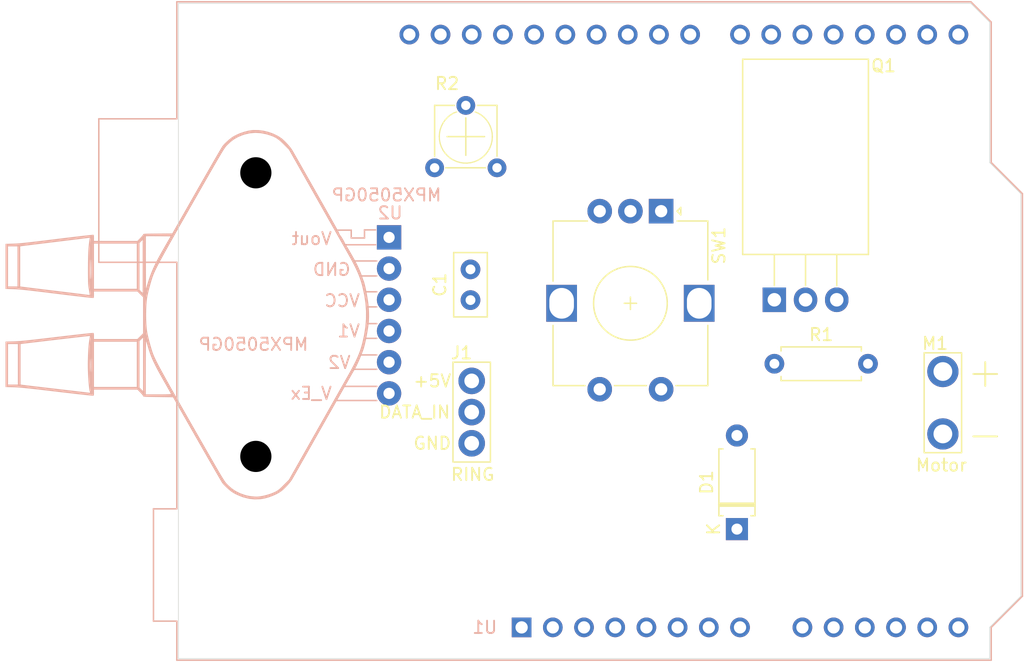
<source format=kicad_pcb>
(kicad_pcb (version 20211014) (generator pcbnew)
  (layers (0 "F.Cu" signal) (31 "B.Cu" signal) (34 "B.Paste" user) (35 "F.Paste" user) (36 "B.SilkS" user "B.Silkscreen") (37 "F.SilkS" user "F.Silkscreen") (38 "B.Mask" user) (39 "F.Mask" user) (44 "Edge.Cuts" user))
  (net 0 "")
  (net 1 "+5V")
  (net 2 "GND")
  (net 3 "+12V")
  (net 4 "Net-(D1-Pad2)")
  (net 5 "Net-(J1-Pad2)")
  (net 6 "Net-(Q1-Pad1)")
  (net 7 "Net-(R2-Pad2)")
  (net 8 "Net-(SW1-PadS2)")
  (net 9 "Net-(SW1-PadB)")
  (net 10 "Net-(SW1-PadA)")
  (net 23 "Net-(U1-Pad9)")
  (footprint "Resistor_THT:R_Axial_DIN0207_L6.3mm_D2.5mm_P7.62mm_Horizontal" (layer "F.Cu") (at 157.738 100.457)
    (fp_text reference "R1" (at 3.81 -2.37) (layer "F.SilkS"))
    (fp_text value "220k")
    (fp_line (start 0.54 -1.04) (end 0.54 -1.37) (layer "F.SilkS") (width 0.12))
    (fp_line (start 7.08 -1.37) (end 7.08 -1.04) (layer "F.SilkS") (width 0.12))
    (fp_line (start 7.08 1.37) (end 7.08 1.04) (layer "F.SilkS") (width 0.12))
    (fp_line (start 0.54 1.04) (end 0.54 1.37) (layer "F.SilkS") (width 0.12))
    (fp_line (start 0.54 1.37) (end 7.08 1.37) (layer "F.SilkS") (width 0.12))
    (fp_line (start 0.54 -1.37) (end 7.08 -1.37) (layer "F.SilkS") (width 0.12))
    (pad "1" thru_hole circle (at 0 0) (size 1.6 1.6) (drill 0.8) (layers *.Cu *.Mask) (net 6 "Net-(Q1-Pad1)"))
    (pad "2" thru_hole oval (at 7.62 0) (size 1.6 1.6) (drill 0.8) (layers *.Cu *.Mask) (net 2 "GND"))
  )
  (footprint "Rotary_Encoder:RotaryEncoder_Alps_EC12E-Switch_Vertical_H20mm" (layer "F.Cu") (at 148.5178 88.0364 -90)
    (fp_text reference "SW1" (at 2.8 -4.7 90) (layer "F.SilkS"))
    (fp_text value "Rotary_Encoder_Switch")
    (fp_line (start 9.3 -3.8) (end 14.2 -3.8) (layer "F.SilkS") (width 0.12))
    (fp_line (start 14.2 6.2) (end 14.2 8.8) (layer "F.SilkS") (width 0.12))
    (fp_line (start 14.2 1.2) (end 14.2 3.8) (layer "F.SilkS") (width 0.12))
    (fp_line (start 14.2 8.8) (end 9.3 8.8) (layer "F.SilkS") (width 0.12))
    (fp_line (start 0.8 8.8) (end 0.8 6) (layer "F.SilkS") (width 0.12))
    (fp_line (start 7.5 2) (end 7.5 3) (layer "F.SilkS") (width 0.12))
    (fp_line (start -0.3 -1.6) (end 0.3 -1.6) (layer "F.SilkS") (width 0.12))
    (fp_line (start 7 2.5) (end 8 2.5) (layer "F.SilkS") (width 0.12))
    (fp_line (start 14.2 -3.8) (end 14.2 -1.2) (layer "F.SilkS") (width 0.12))
    (fp_line (start 0.8 -3.8) (end 0.8 -1.3) (layer "F.SilkS") (width 0.12))
    (fp_line (start 5.7 8.8) (end 0.8 8.8) (layer "F.SilkS") (width 0.12))
    (fp_line (start 0 -1.3) (end -0.3 -1.6) (layer "F.SilkS") (width 0.12))
    (fp_line (start 0.3 -1.6) (end 0 -1.3) (layer "F.SilkS") (width 0.12))
    (fp_line (start 5.6 -3.8) (end 0.8 -3.8) (layer "F.SilkS") (width 0.12))
    (fp_circle (center 7.5 2.5) (end 10.5 2.5) (layer "F.SilkS") (width 0.12) (fill none))
    (pad "A" thru_hole rect (at 0 0 270) (size 2 2) (drill 1) (layers *.Cu *.Mask) (net 10 "Net-(SW1-PadA)"))
    (pad "B" thru_hole circle (at 0 5 270) (size 2 2) (drill 1) (layers *.Cu *.Mask) (net 9 "Net-(SW1-PadB)"))
    (pad "C" thru_hole circle (at 0 2.5 270) (size 2 2) (drill 1) (layers *.Cu *.Mask) (net 2 "GND"))
    (pad "MP" thru_hole rect (at 7.5 8.1 270) (size 3 2.5) (drill oval 2.5 2) (layers *.Cu *.Mask))
    (pad "MP" thru_hole rect (at 7.5 -3.1 270) (size 3 2.5) (drill oval 2.5 2) (layers *.Cu *.Mask))
    (pad "S1" thru_hole circle (at 14.5 0 270) (size 2 2) (drill 1) (layers *.Cu *.Mask) (net 2 "GND"))
    (pad "S2" thru_hole circle (at 14.5 5 270) (size 2 2) (drill 1) (layers *.Cu *.Mask) (net 8 "Net-(SW1-PadS2)"))
  )
  (footprint "Capacitor_THT:C_Disc_D5.0mm_W2.5mm_P2.50mm" (layer "F.Cu") (at 132.9984 95.2754 90)
    (fp_text reference "C1" (at 1.25 -2.5 90) (layer "F.SilkS"))
    (fp_text value "0u1")
    (fp_line (start -1.37 -1.37) (end 3.87 -1.37) (layer "F.SilkS") (width 0.12))
    (fp_line (start 3.87 -1.37) (end 3.87 1.37) (layer "F.SilkS") (width 0.12))
    (fp_line (start -1.37 1.37) (end 3.87 1.37) (layer "F.SilkS") (width 0.12))
    (fp_line (start -1.37 -1.37) (end -1.37 1.37) (layer "F.SilkS") (width 0.12))
    (pad "1" thru_hole circle (at 0 0 90) (size 1.6 1.6) (drill 0.8) (layers *.Cu *.Mask) (net 1 "+5V"))
    (pad "2" thru_hole circle (at 2.5 0 90) (size 1.6 1.6) (drill 0.8) (layers *.Cu *.Mask) (net 2 "GND"))
  )
  (footprint "Package_TO_SOT_THT:TO-220-3_Horizontal_TabDown" (layer "F.Cu") (at 157.734 95.25)
    (fp_text reference "Q1" (at 8.89 -19.05) (layer "F.SilkS"))
    (fp_text value "FQP30N06L")
    (fp_line (start -2.58 -3.69) (end 7.66 -3.69) (layer "F.SilkS") (width 0.12))
    (fp_line (start 5.08 -3.69) (end 5.08 -1.15) (layer "F.SilkS") (width 0.12))
    (fp_line (start 0 -3.69) (end 0 -1.15) (layer "F.SilkS") (width 0.12))
    (fp_line (start -2.58 -19.58) (end 7.66 -19.58) (layer "F.SilkS") (width 0.12))
    (fp_line (start -2.58 -19.58) (end -2.58 -3.69) (layer "F.SilkS") (width 0.12))
    (fp_line (start 2.54 -3.69) (end 2.54 -1.15) (layer "F.SilkS") (width 0.12))
    (fp_line (start 7.66 -19.58) (end 7.66 -3.69) (layer "F.SilkS") (width 0.12))
    (pad "" np_thru_hole oval (at 2.54 -16.66) (size 3.5 3.5) (drill 3.5) (layers *.Cu *.Mask))
    (pad "1" thru_hole rect (at 0 0) (size 1.905 2) (drill 1.1) (layers *.Cu *.Mask) (net 6 "Net-(Q1-Pad1)"))
    (pad "2" thru_hole oval (at 2.54 0) (size 1.905 2) (drill 1.1) (layers *.Cu *.Mask) (net 4 "Net-(D1-Pad2)"))
    (pad "3" thru_hole oval (at 5.08 0) (size 1.905 2) (drill 1.1) (layers *.Cu *.Mask) (net 2 "GND"))
  )
  (footprint "custom-footprints:Neopixel_Ring_WirePins" (layer "F.Cu") (at 133.096 101.854)
    (fp_text reference "J1" (at -1.778 -2.286 unlocked) (layer "F.SilkS") (effects (justify left)))
    (fp_text value "Neopixel_Ring_Header")
    (fp_text user "RING" (at -1.778 7.62 unlocked) (layer "F.SilkS") (effects (justify left)))
    (fp_text user "GND" (at -4.83 5.08 unlocked) (layer "F.SilkS") (effects (justify left)))
    (fp_text user "DATA_IN" (at -7.624 2.54 unlocked) (layer "F.SilkS") (effects (justify left)))
    (fp_text user "+5V" (at -4.83 0 unlocked) (layer "F.SilkS") (effects (justify left)))
    (fp_rect (start -1.524 -1.524) (end 1.524 6.604) (layer "F.SilkS") (width 0.12) (fill none))
    (pad "1" thru_hole circle (at 0 0) (size 2.159 2.159) (drill 1.1938) (layers *.Cu *.Mask) (net 1 "+5V"))
    (pad "2" thru_hole circle (at 0 2.54) (size 2.159 2.159) (drill 1.1938) (layers *.Cu *.Mask) (net 5 "Net-(J1-Pad2)"))
    (pad "3" thru_hole circle (at 0 5.08) (size 2.159 2.159) (drill 1.1938) (layers *.Cu *.Mask) (net 2 "GND"))
  )
  (footprint "Diode_THT:D_A-405_P7.62mm_Horizontal" (layer "F.Cu") (at 154.69 113.919 90)
    (fp_text reference "D1" (at 3.81 -2.47 90) (layer "F.SilkS"))
    (fp_text value "1N5818-B")
    (fp_text user "K" (at 0 -1.9 90) (layer "F.SilkS"))
    (fp_line (start 6.53 -1.47) (end 6.53 -1.14) (layer "F.SilkS") (width 0.12))
    (fp_line (start 2.11 -1.47) (end 2.11 1.47) (layer "F.SilkS") (width 0.12))
    (fp_line (start 1.09 1.47) (end 6.53 1.47) (layer "F.SilkS") (width 0.12))
    (fp_line (start 1.09 -1.47) (end 6.53 -1.47) (layer "F.SilkS") (width 0.12))
    (fp_line (start 1.09 1.14) (end 1.09 1.47) (layer "F.SilkS") (width 0.12))
    (fp_line (start 1.99 -1.47) (end 1.99 1.47) (layer "F.SilkS") (width 0.12))
    (fp_line (start 1.09 -1.14) (end 1.09 -1.47) (layer "F.SilkS") (width 0.12))
    (fp_line (start 1.87 -1.47) (end 1.87 1.47) (layer "F.SilkS") (width 0.12))
    (fp_line (start 6.53 1.47) (end 6.53 1.14) (layer "F.SilkS") (width 0.12))
    (pad "1" thru_hole rect (at 0 0 90) (size 1.8 1.8) (drill 0.9) (layers *.Cu *.Mask) (net 3 "+12V"))
    (pad "2" thru_hole oval (at 7.62 0 90) (size 1.8 1.8) (drill 0.9) (layers *.Cu *.Mask) (net 4 "Net-(D1-Pad2)"))
  )
  (footprint "custom-footprints:uxcell_TRIMPOT" (layer "F.Cu") (at 130.0774 84.5058)
    (fp_text reference "R2" (at 1.016 -6.858 unlocked) (layer "F.SilkS"))
    (fp_text value "TRIMPOT")
    (fp_line (start 0.846989 -1.198136) (end 1.044765 -0.980784) (layer "F.SilkS") (width 0.1))
    (fp_line (start 0.875463 -3.917025) (end 0.703979 -3.678381) (layer "F.SilkS") (width 0.1))
    (fp_line (start 2.359231 -0.387279) (end 2.653061 -0.382664) (layer "F.SilkS") (width 0.1))
    (fp_line (start 1.786981 -0.515193) (end 2.068746 -0.43173) (layer "F.SilkS") (width 0.1))
    (fp_line (start 2.068746 -0.43173) (end 2.359231 -0.387279) (layer "F.SilkS") (width 0.1))
    (fp_line (start 4.218866 -3.899519) (end 4.018825 -4.114789) (layer "F.SilkS") (width 0.1))
    (fp_line (start 4.190026 -1.14562) (end 4.363999 -1.382455) (layer "F.SilkS") (width 0.1))
    (fp_line (start 3.540857 -4.454463) (end 3.3 -4.55) (layer "F.SilkS") (width 0.1))
    (fp_line (start 3.985521 -0.934586) (end 4.190026 -1.14562) (layer "F.SilkS") (width 0.1))
    (fp_line (start 1.51915 -0.636123) (end 1.786981 -0.515193) (layer "F.SilkS") (width 0.1))
    (fp_line (start 4.700297 -2.54) (end 4.68031 -2.833186) (layer "F.SilkS") (width 0.1))
    (fp_line (start 3.229047 -0.492539) (end 3.500544 -0.604997) (layer "F.SilkS") (width 0.1))
    (fp_line (start 1.077747 -4.130188) (end 0.875463 -3.917025) (layer "F.SilkS") (width 0.1))
    (fp_line (start 1.270209 -0.792283) (end 1.51915 -0.636123) (layer "F.SilkS") (width 0.1))
    (fp_line (start 0.453313 -1.980874) (end 0.548502 -1.702851) (layer "F.SilkS") (width 0.1))
    (fp_line (start 4.15 0) (end 0.9 0) (layer "F.SilkS") (width 0.12))
    (fp_line (start 4.018825 -4.114789) (end 3.791419 -4.300918) (layer "F.SilkS") (width 0.1))
    (fp_line (start 0.56647 -3.418672) (end 0.46548 -3.142704) (layer "F.SilkS") (width 0.1))
    (fp_line (start 1.307089 -4.313926) (end 1.077747 -4.130188) (layer "F.SilkS") (width 0.1))
    (fp_line (start 4.68031 -2.833186) (end 4.620717 -3.120947) (layer "F.SilkS") (width 0.1))
    (fp_line (start 0 -0.95) (end 0 -5.08) (layer "F.SilkS") (width 0.12))
    (fp_line (start 0.680542 -1.440319) (end 0.846989 -1.198136) (layer "F.SilkS") (width 0.1))
    (fp_line (start 3.500544 -0.604997) (end 3.754267 -0.75326) (layer "F.SilkS") (width 0.1))
    (fp_line (start 4.699823 -2.494758) (end 4.700297 -2.54) (layer "F.SilkS") (width 0.1))
    (fp_line (start 4.387841 -3.659092) (end 4.218866 -3.899519) (layer "F.SilkS") (width 0.1))
    (fp_line (start 3.754267 -0.75326) (end 3.985521 -0.934586) (layer "F.SilkS") (width 0.1))
    (fp_line (start 1.044765 -0.980784) (end 1.270209 -0.792283) (layer "F.SilkS") (width 0.1))
    (fp_line (start 0.402878 -2.855583) (end 0.379821 -2.562622) (layer "F.SilkS") (width 0.1))
    (fp_line (start 2.54 -4.064) (end 2.54 -1.016) (layer "F.SilkS") (width 0.12))
    (fp_line (start 1.559246 -4.464839) (end 1.307089 -4.313926) (layer "F.SilkS") (width 0.1))
    (fp_line (start 4.363999 -1.382455) (end 4.50422 -1.64071) (layer "F.SilkS") (width 0.1))
    (fp_line (start 1.8 -4.55) (end 1.559246 -4.464839) (layer "F.SilkS") (width 0.1))
    (fp_line (start 0.46548 -3.142704) (end 0.402878 -2.855583) (layer "F.SilkS") (width 0.1))
    (fp_line (start 3.48 -5.08) (end 5.08 -5.08) (layer "F.SilkS") (width 0.12))
    (fp_line (start 4.6737 -2.202055) (end 4.699823 -2.494758) (layer "F.SilkS") (width 0.1))
    (fp_line (start 0 -5.08) (end 1.6 -5.08) (layer "F.SilkS") (width 0.12))
    (fp_line (start 4.608094 -1.915605) (end 4.6737 -2.202055) (layer "F.SilkS") (width 0.1))
    (fp_line (start 2.653061 -0.382664) (end 2.944799 -0.417968) (layer "F.SilkS") (width 0.1))
    (fp_line (start 2.944799 -0.417968) (end 3.229047 -0.492539) (layer "F.SilkS") (width 0.1))
    (fp_line (start 1.016 -2.54) (end 4.064 -2.54) (layer "F.SilkS") (width 0.12))
    (fp_line (start 0.548502 -1.702851) (end 0.680542 -1.440319) (layer "F.SilkS") (width 0.1))
    (fp_line (start 4.620717 -3.120947) (end 4.522623 -3.397957) (layer "F.SilkS") (width 0.1))
    (fp_line (start 0.396738 -2.269243) (end 0.453313 -1.980874) (layer "F.SilkS") (width 0.1))
    (fp_line (start 4.522623 -3.397957) (end 4.387841 -3.659092) (layer "F.SilkS") (width 0.1))
    (fp_line (start 3.791419 -4.300918) (end 3.540857 -4.454463) (layer "F.SilkS") (width 0.1))
    (fp_line (start 0.703979 -3.678381) (end 0.56647 -3.418672) (layer "F.SilkS") (width 0.1))
    (fp_line (start 4.50422 -1.64071) (end 4.608094 -1.915605) (layer "F.SilkS") (width 0.1))
    (fp_line (start 5.08 -5.08) (end 5.08 -0.95) (layer "F.SilkS") (width 0.12))
    (fp_line (start 0.379821 -2.562622) (end 0.396738 -2.269243) (layer "F.SilkS") (width 0.1))
    (pad "1" thru_hole circle (at 0 0) (size 1.524 1.524) (drill 0.762) (layers *.Cu *.Mask) (net 1 "+5V"))
    (pad "2" thru_hole circle (at 2.54 -5.08) (size 1.524 1.524) (drill 0.762) (layers *.Cu *.Mask) (net 7 "Net-(R2-Pad2)"))
    (pad "3" thru_hole circle (at 5.08 0) (size 1.524 1.524) (drill 0.762) (layers *.Cu *.Mask) (net 2 "GND"))
  )
  (footprint "custom-footprints:Motor_DC_WirePins" (layer "F.Cu") (at 171.454 101.092)
    (fp_text reference "M1" (at -1.782 -2.286 unlocked) (layer "F.SilkS") (effects (justify left)))
    (fp_text value "Motor_DC")
    (fp_text user "-" (at 1.778 5.08 unlocked) (layer "F.SilkS") (effects (font (size 2.54 2.54)) (justify left)))
    (fp_text user "+" (at 1.778 0 unlocked) (layer "F.SilkS") (effects (font (size 2.54 2.54)) (justify left)))
    (fp_text user "Motor" (at -2.29 7.62 unlocked) (layer "F.SilkS") (effects (justify left)))
    (fp_rect (start -1.524 -1.524) (end 1.524 6.604) (layer "F.SilkS") (width 0.12) (fill none))
    (pad "1" thru_hole circle (at 0 0) (size 2.54 2.54) (drill 1.524) (layers *.Cu *.Mask) (net 3 "+12V"))
    (pad "2" thru_hole circle (at 0 5.08) (size 2.54 2.54) (drill 1.524) (layers *.Cu *.Mask) (net 4 "Net-(D1-Pad2)"))
  )
  (footprint "Module:Arduino_UNO_R3_WithMountingHoles" (layer "B.Cu") (at 137.16 121.92)
    (fp_text reference "U1" (at -1.905 0) (layer "B.SilkS") (effects (justify left mirror)))
    (fp_text value "Arduino_UNO_R3")
    (fp_line (start 38.23 0) (end 38.23 2.67) (layer "B.SilkS") (width 0.12))
    (fp_line (start -29.97 -0.51) (end -29.97 -9.65) (layer "B.SilkS") (width 0.12))
    (fp_line (start -28.07 -50.93) (end 36.58 -50.93) (layer "B.SilkS") (width 0.12))
    (fp_line (start 40.77 -35.31) (end 40.77 -2.54) (layer "B.SilkS") (width 0.12))
    (fp_line (start 38.23 -49.28) (end 38.23 -37.85) (layer "B.SilkS") (width 0.12))
    (fp_line (start -34.42 -29.72) (end -34.42 -41.4) (layer "B.SilkS") (width 0.12))
    (fp_line (start -28.07 -41.4) (end -28.07 -50.93) (layer "B.SilkS") (width 0.12))
    (fp_line (start 40.77 -2.54) (end 38.23 0) (layer "B.SilkS") (width 0.12))
    (fp_line (start -34.42 -41.4) (end -28.07 -41.4) (layer "B.SilkS") (width 0.12))
    (fp_line (start -29.97 -9.65) (end -28.07 -9.65) (layer "B.SilkS") (width 0.12))
    (fp_line (start 38.23 -37.85) (end 40.77 -35.31) (layer "B.SilkS") (width 0.12))
    (fp_line (start -28.07 -0.51) (end -29.97 -0.51) (layer "B.SilkS") (width 0.12))
    (fp_line (start -28.07 -9.65) (end -28.07 -29.72) (layer "B.SilkS") (width 0.12))
    (fp_line (start 36.58 -50.93) (end 38.23 -49.28) (layer "B.SilkS") (width 0.12))
    (fp_line (start -28.07 -29.72) (end -34.42 -29.72) (layer "B.SilkS") (width 0.12))
    (fp_line (start 38.23 2.67) (end -28.07 2.67) (layer "B.SilkS") (width 0.12))
    (fp_line (start -28.07 2.67) (end -28.07 -0.51) (layer "B.SilkS") (width 0.12))
    (pad "" np_thru_hole circle (at 38.1 -33.02 270) (size 3.2 3.2) (drill 3.2) (layers *.Cu *.Mask))
    (pad "" np_thru_hole circle (at -13.97 0 270) (size 3.2 3.2) (drill 3.2) (layers *.Cu *.Mask))
    (pad "" np_thru_hole circle (at 38.1 -5.08 270) (size 3.2 3.2) (drill 3.2) (layers *.Cu *.Mask))
    (pad "" np_thru_hole circle (at -12.7 -48.26 270) (size 3.2 3.2) (drill 3.2) (layers *.Cu *.Mask))
    (pad "1" thru_hole rect (at 0 0 270) (size 1.6 1.6) (drill 1) (layers *.Cu *.Mask))
    (pad "2" thru_hole oval (at 2.54 0 270) (size 1.6 1.6) (drill 1) (layers *.Cu *.Mask))
    (pad "3" thru_hole oval (at 5.08 0 270) (size 1.6 1.6) (drill 1) (layers *.Cu *.Mask))
    (pad "4" thru_hole oval (at 7.62 0 270) (size 1.6 1.6) (drill 1) (layers *.Cu *.Mask))
    (pad "5" thru_hole oval (at 10.16 0 270) (size 1.6 1.6) (drill 1) (layers *.Cu *.Mask) (net 1 "+5V"))
    (pad "6" thru_hole oval (at 12.7 0 270) (size 1.6 1.6) (drill 1) (layers *.Cu *.Mask))
    (pad "7" thru_hole oval (at 15.24 0 270) (size 1.6 1.6) (drill 1) (layers *.Cu *.Mask))
    (pad "8" thru_hole oval (at 17.78 0 270) (size 1.6 1.6) (drill 1) (layers *.Cu *.Mask) (net 3 "+12V"))
    (pad "9" thru_hole oval (at 22.86 0 270) (size 1.6 1.6) (drill 1) (layers *.Cu *.Mask) (net 23 "Net-(U1-Pad9)"))
    (pad "10" thru_hole oval (at 25.4 0 270) (size 1.6 1.6) (drill 1) (layers *.Cu *.Mask))
    (pad "11" thru_hole oval (at 27.94 0 270) (size 1.6 1.6) (drill 1) (layers *.Cu *.Mask))
    (pad "12" thru_hole oval (at 30.48 0 270) (size 1.6 1.6) (drill 1) (layers *.Cu *.Mask))
    (pad "13" thru_hole oval (at 33.02 0 270) (size 1.6 1.6) (drill 1) (layers *.Cu *.Mask))
    (pad "14" thru_hole oval (at 35.56 0 270) (size 1.6 1.6) (drill 1) (layers *.Cu *.Mask))
    (pad "15" thru_hole oval (at 35.56 -48.26 270) (size 1.6 1.6) (drill 1) (layers *.Cu *.Mask))
    (pad "16" thru_hole oval (at 33.02 -48.26 270) (size 1.6 1.6) (drill 1) (layers *.Cu *.Mask))
    (pad "17" thru_hole oval (at 30.48 -48.26 270) (size 1.6 1.6) (drill 1) (layers *.Cu *.Mask) (net 10 "Net-(SW1-PadA)"))
    (pad "18" thru_hole oval (at 27.94 -48.26 270) (size 1.6 1.6) (drill 1) (layers *.Cu *.Mask) (net 9 "Net-(SW1-PadB)"))
    (pad "19" thru_hole oval (at 25.4 -48.26 270) (size 1.6 1.6) (drill 1) (layers *.Cu *.Mask))
    (pad "20" thru_hole oval (at 22.86 -48.26 270) (size 1.6 1.6) (drill 1) (layers *.Cu *.Mask) (net 8 "Net-(SW1-PadS2)"))
    (pad "21" thru_hole oval (at 20.32 -48.26 270) (size 1.6 1.6) (drill 1) (layers *.Cu *.Mask))
    (pad "22" thru_hole oval (at 17.78 -48.26 270) (size 1.6 1.6) (drill 1) (layers *.Cu *.Mask))
    (pad "23" thru_hole oval (at 13.72 -48.26 270) (size 1.6 1.6) (drill 1) (layers *.Cu *.Mask))
    (pad "24" thru_hole oval (at 11.18 -48.26 270) (size 1.6 1.6) (drill 1) (layers *.Cu *.Mask) (net 6 "Net-(Q1-Pad1)"))
    (pad "25" thru_hole oval (at 8.64 -48.26 270) (size 1.6 1.6) (drill 1) (layers *.Cu *.Mask) (net 5 "Net-(J1-Pad2)"))
    (pad "26" thru_hole oval (at 6.1 -48.26 270) (size 1.6 1.6) (drill 1) (layers *.Cu *.Mask))
    (pad "27" thru_hole oval (at 3.56 -48.26 270) (size 1.6 1.6) (drill 1) (layers *.Cu *.Mask))
    (pad "28" thru_hole oval (at 1.02 -48.26 270) (size 1.6 1.6) (drill 1) (layers *.Cu *.Mask))
    (pad "29" thru_hole oval (at -1.52 -48.26 270) (size 1.6 1.6) (drill 1) (layers *.Cu *.Mask) (net 2 "GND"))
    (pad "30" thru_hole oval (at -4.06 -48.26 270) (size 1.6 1.6) (drill 1) (layers *.Cu *.Mask) (net 7 "Net-(R2-Pad2)"))
    (pad "31" thru_hole oval (at -6.6 -48.26 270) (size 1.6 1.6) (drill 1) (layers *.Cu *.Mask))
    (pad "32" thru_hole oval (at -9.14 -48.26 270) (size 1.6 1.6) (drill 1) (layers *.Cu *.Mask))
  )
  (footprint "custom-footprints:MPX5050GP" (layer "B.Cu") (at 126.369 90.17 180)
    (fp_text reference "U2" (at -1.19 1.99 unlocked) (layer "B.SilkS") (effects (justify left mirror)))
    (fp_text value "MPX5050GP")
    (fp_text user "V2" (at 3.048 -10.1854 unlocked) (layer "B.SilkS") (effects (justify left mirror)))
    (fp_text user "MPX5050GP" (at 11.04 -8.71 unlocked) (layer "B.SilkS") (effects (justify mirror)))
    (fp_text user "V1" (at 2.286 -7.62 unlocked) (layer "B.SilkS") (effects (justify left mirror)))
    (fp_text user "VCC" (at 2.286 -5.1562 unlocked) (layer "B.SilkS") (effects (justify left mirror)))
    (fp_text user "V_Ex" (at 4.572 -12.7 unlocked) (layer "B.SilkS") (effects (justify left mirror)))
    (fp_text user "MPX5050GP" (at 0.21 3.45 unlocked) (layer "B.SilkS") (effects (justify mirror)))
    (fp_text user "GND" (at 3.048 -2.6162 unlocked) (layer "B.SilkS") (effects (justify left mirror)))
    (fp_text user "Vout" (at 4.572 -0.1016 unlocked) (layer "B.SilkS") (effects (justify left mirror)))
    (fp_line (start 1 -9.57) (end 2.41 -9.57) (layer "B.SilkS") (width 0.12))
    (fp_line (start 1 -1.92) (end 2.93 -1.92) (layer "B.SilkS") (width 0.12))
    (fp_line (start 2.27 -3.14) (end 1 -3.14) (layer "B.SilkS") (width 0.12))
    (fp_line (start 1 -7.02) (end 1.8 -7.02) (layer "B.SilkS") (width 0.12))
    (fp_line (start 0.995 -12.13) (end 3.665 -12.13) (layer "B.SilkS") (width 0.12))
    (fp_line (start 3.08 0.59) (end 3.08 -0.05) (layer "B.SilkS") (width 0.12))
    (fp_line (start 3.08 -0.05) (end 2 -0.05) (layer "B.SilkS") (width 0.12))
    (fp_line (start 1 -10.74) (end 2.93 -10.74) (layer "B.SilkS") (width 0.12))
    (fp_line (start 2.94 -1.87) (end 2.27 -3.19) (layer "B.SilkS") (width 0.12))
    (fp_line (start 2 0.61) (end 1.1 0.61) (layer "B.SilkS") (width 0.12))
    (fp_line (start 1 -5.66) (end 1.795 -5.66) (layer "B.SilkS") (width 0.12))
    (fp_line (start 2 -0.05) (end 2 0.61) (layer "B.SilkS") (width 0.12))
    (fp_line (start 1 -13.28) (end 4.4 -13.28) (layer "B.SilkS") (width 0.12))
    (fp_line (start 1.1 -0.6) (end 3.64 -0.6) (layer "B.SilkS") (width 0.12))
    (fp_line (start 1 -4.43) (end 1.975 -4.43) (layer "B.SilkS") (width 0.12))
    (fp_line (start 1 -8.22) (end 2.015 -8.22) (layer "B.SilkS") (width 0.12))
    (fp_line (start 4.21 0.59) (end 3.08 0.59) (layer "B.SilkS") (width 0.12))
    (fp_poly (pts (xy 11.174644 8.731506) (xy 11.460513 8.68593) (xy 11.764076 8.609983) (xy 12.069339 8.509609) (xy 12.360306 8.390756) (xy 12.620981 8.259368) (xy 12.835369 8.121391) (xy 12.853833 8.107316) (xy 13.052068 7.945954) (xy 13.238965 7.779761) (xy 13.401702 7.620823) (xy 13.52746 7.481227) (xy 13.555125 7.446163) (xy 13.587551 7.396527) (xy 13.649472 7.29488) (xy 13.738828 7.144777) (xy 13.853562 6.949772) (xy 13.991616 6.713421) (xy 14.150932 6.439278) (xy 14.32945 6.130899) (xy 14.525113 5.791838) (xy 14.735863 5.42565) (xy 14.959642 5.035891) (xy 15.194391 4.626114) (xy 15.438052 4.199875) (xy 15.667729 3.797292) (xy 17.647295 0.324145) (xy 18.829004 0.314777) (xy 19.134766 0.312254) (xy 19.382751 0.309774) (xy 19.579077 0.30696) (xy 19.729865 0.303437) (xy 19.841234 0.298829) (xy 19.919305 0.292759) (xy 19.970198 0.284853) (xy 20.000032 0.274734) (xy 20.014927 0.262026) (xy 20.021003 0.246354) (xy 20.021935 0.241509) (xy 20.048287 0.192503) (xy 20.11021 0.112033) (xy 20.19727 0.012986) (xy 20.261188 -0.054026) (xy 20.489218 -0.285661) (xy 24.021258 -0.285661) (xy 24.021258 -0.045035) (xy 24.02169 -0.025459) (xy 24.363596 -0.025459) (xy 24.384179 -0.147572) (xy 24.4204 -0.389055) (xy 24.450069 -0.648234) (xy 24.473592 -0.932581) (xy 24.491373 -1.249565) (xy 24.503814 -1.606657) (xy 24.511322 -2.011326) (xy 24.514299 -2.471042) (xy 24.514384 -2.554088) (xy 24.514255 -2.878031) (xy 24.513415 -3.146111) (xy 24.511523 -3.366362) (xy 24.50824 -3.54682) (xy 24.503227 -3.69552) (xy 24.496142 -3.820497) (xy 24.486647 -3.929785) (xy 24.474401 -4.031421) (xy 24.459065 -4.133438) (xy 24.443746 -4.224154) (xy 24.417069 -4.37979) (xy 24.394962 -4.513348) (xy 24.379516 -4.61185) (xy 24.372824 -4.662321) (xy 24.372704 -4.66491) (xy 24.400418 -4.683281) (xy 24.472463 -4.680202) (xy 24.476541 -4.679511) (xy 24.523736 -4.672935) (xy 24.629445 -4.659296) (xy 24.788747 -4.639201) (xy 24.996718 -4.613258) (xy 25.248437 -4.582073) (xy 25.538979 -4.546255) (xy 25.863423 -4.50641) (xy 26.216847 -4.463147) (xy 26.594326 -4.417073) (xy 26.99094 -4.368796) (xy 27.200251 -4.343369) (xy 27.604771 -4.294196) (xy 27.992683 -4.246912) (xy 28.359064 -4.202126) (xy 28.698991 -4.160444) (xy 29.007542 -4.122475) (xy 29.279794 -4.088827) (xy 29.510825 -4.060106) (xy 29.695711 -4.036922) (xy 29.829532 -4.019881) (xy 29.907363 -4.009591) (xy 29.923962 -4.007129) (xy 30.011281 -3.991824) (xy 30.251446 -3.991824) (xy 31.018239 -3.991824) (xy 31.018239 -0.732956) (xy 30.251446 -0.732956) (xy 30.251446 -3.991824) (xy 30.011281 -3.991824) (xy 30.027798 -3.988929) (xy 30.027798 -0.735852) (xy 29.923962 -0.717651) (xy 29.876767 -0.711061) (xy 29.771057 -0.697407) (xy 29.611755 -0.677299) (xy 29.403784 -0.651343) (xy 29.152065 -0.620147) (xy 28.861522 -0.584318) (xy 28.537078 -0.544466) (xy 28.183654 -0.501196) (xy 27.806174 -0.455118) (xy 27.40956 -0.406838) (xy 27.200251 -0.381411) (xy 26.795599 -0.33222) (xy 26.40746 -0.284901) (xy 26.040767 -0.240065) (xy 25.700454 -0.198322) (xy 25.391456 -0.16028) (xy 25.118705 -0.126549) (xy 24.887136 -0.097738) (xy 24.701681 -0.074458) (xy 24.567276 -0.057316) (xy 24.488853 -0.046924) (xy 24.471987 -0.044415) (xy 24.363596 -0.025459) (xy 24.02169 -0.025459) (xy 24.02412 0.084577) (xy 24.034381 0.163276) (xy 24.054552 0.203859) (xy 24.072321 0.215185) (xy 24.110828 0.214194) (xy 24.208218 0.205764) (xy 24.359972 0.190415) (xy 24.56157 0.168666) (xy 24.808494 0.141036) (xy 25.096223 0.108043) (xy 25.420239 0.070206) (xy 25.776023 0.028046) (xy 26.159055 -0.017921) (xy 26.564816 -0.067173) (xy 26.988788 -0.119194) (xy 27.051629 -0.126951) (xy 27.570517 -0.190888) (xy 28.030664 -0.247196) (xy 28.436711 -0.29637) (xy 28.793297 -0.338907) (xy 29.105063 -0.375304) (xy 29.376648 -0.406058) (xy 29.612693 -0.431664) (xy 29.817837 -0.452619) (xy 29.996721 -0.46942) (xy 30.153984 -0.482563) (xy 30.294267 -0.492546) (xy 30.422209 -0.499863) (xy 30.542451 -0.505013) (xy 30.602893 -0.506982) (xy 31.225912 -0.525283) (xy 31.225912 -4.199497) (xy 30.602893 -4.217799) (xy 30.484807 -4.222025) (xy 30.36141 -4.228165) (xy 30.228062 -4.236713) (xy 30.080124 -4.248166) (xy 29.912955 -4.263021) (xy 29.721915 -4.281775) (xy 29.502364 -4.304923) (xy 29.249663 -4.332964) (xy 28.959171 -4.366392) (xy 28.626248 -4.405705) (xy 28.246255 -4.451399) (xy 27.814551 -4.503971) (xy 27.326496 -4.563916) (xy 27.051629 -4.59783) (xy 26.625388 -4.650209) (xy 26.216701 -4.699896) (xy 25.830086 -4.746372) (xy 25.470063 -4.789118) (xy 25.141151 -4.827615) (xy 24.847869 -4.861344) (xy 24.594737 -4.889785) (xy 24.386273 -4.912421) (xy 24.226997 -4.928732) (xy 24.121428 -4.938199) (xy 24.074086 -4.940303) (xy 24.072321 -4.939965) (xy 24.045852 -4.91709) (xy 24.030081 -4.865123) (xy 24.022692 -4.771535) (xy 24.021258 -4.66377) (xy 24.021258 -4.40717) (xy 20.489218 -4.40717) (xy 20.258382 -4.639557) (xy 20.027547 -4.871943) (xy 20.027547 -7.811411) (xy 20.259933 -8.042247) (xy 20.49232 -8.273082) (xy 24.021258 -8.273082) (xy 24.021258 -8.032457) (xy 24.024181 -7.902466) (xy 24.034586 -7.823553) (xy 24.054924 -7.783093) (xy 24.071737 -7.772461) (xy 24.110195 -7.773335) (xy 24.207556 -7.781378) (xy 24.359286 -7.796089) (xy 24.560851 -7.816966) (xy 24.807716 -7.84351) (xy 25.095348 -7.87522) (xy 25.419211 -7.911596) (xy 25.774772 -7.952137) (xy 26.157495 -7.996342) (xy 26.562848 -8.043712) (xy 26.986296 -8.093745) (xy 27.03507 -8.099543) (xy 27.553346 -8.161022) (xy 28.012895 -8.215138) (xy 28.418409 -8.26237) (xy 28.774577 -8.303198) (xy 29.086089 -8.338104) (xy 29.357635 -8.367567) (xy 29.593906 -8.392068) (xy 29.79959 -8.412088) (xy 29.979379 -8.428107) (xy 30.137962 -8.440605) (xy 30.28003 -8.450062) (xy 30.410272 -8.45696) (xy 30.533378 -8.461779) (xy 30.586918 -8.463375) (xy 31.225912 -8.480755) (xy 31.225912 -12.186919) (xy 30.586918 -12.204298) (xy 30.465475 -12.208348) (xy 30.338977 -12.214264) (xy 30.202733 -12.222527) (xy 30.052053 -12.233618) (xy 29.882249 -12.248015) (xy 29.688628 -12.266201) (xy 29.466502 -12.288656) (xy 29.211181 -12.315859) (xy 28.917973 -12.348292) (xy 28.58219 -12.386434) (xy 28.199142 -12.430766) (xy 27.764137 -12.481769) (xy 27.272487 -12.539923) (xy 27.03507 -12.568131) (xy 26.609863 -12.618434) (xy 26.202239 -12.666129) (xy 25.816731 -12.710717) (xy 25.457875 -12.751697) (xy 25.130204 -12.788569) (xy 24.838252 -12.820831) (xy 24.586554 -12.847984) (xy 24.379644 -12.869526) (xy 24.222057 -12.884958) (xy 24.118327 -12.893779) (xy 24.072987 -12.895489) (xy 24.071737 -12.895213) (xy 24.044702 -12.870902) (xy 24.028985 -12.815271) (xy 24.022135 -12.715696) (xy 24.021353 -12.643948) (xy 24.340754 -12.643948) (xy 24.368923 -12.646174) (xy 24.439845 -12.639834) (xy 24.476541 -12.635068) (xy 24.528915 -12.628462) (xy 24.639721 -12.615062) (xy 24.803918 -12.595461) (xy 25.016466 -12.570254) (xy 25.272327 -12.540035) (xy 25.566459 -12.505397) (xy 25.893824 -12.466935) (xy 26.249381 -12.425243) (xy 26.628091 -12.380913) (xy 27.024915 -12.334542) (xy 27.200251 -12.314076) (xy 27.602398 -12.267085) (xy 27.987922 -12.2219) (xy 28.351863 -12.179113) (xy 28.689262 -12.139311) (xy 28.995158 -12.103085) (xy 29.26459 -12.071024) (xy 29.4926 -12.043717) (xy 29.674227 -12.021754) (xy 29.80451 -12.005724) (xy 29.878489 -11.996216) (xy 29.892012 -11.994235) (xy 29.979035 -11.979246) (xy 30.219497 -11.979246) (xy 31.018239 -11.979246) (xy 31.018239 -8.688428) (xy 30.219497 -8.688428) (xy 30.219497 -11.979246) (xy 29.979035 -11.979246) (xy 29.995849 -11.97635) (xy 29.995849 -8.691323) (xy 29.892012 -8.67341) (xy 29.841243 -8.666368) (xy 29.734353 -8.652874) (xy 29.576895 -8.633574) (xy 29.374423 -8.609119) (xy 29.132492 -8.580157) (xy 28.856654 -8.547337) (xy 28.552464 -8.511307) (xy 28.225476 -8.472717) (xy 27.881244 -8.432216) (xy 27.525321 -8.390452) (xy 27.163261 -8.348074) (xy 26.800619 -8.305731) (xy 26.442948 -8.264072) (xy 26.095801 -8.223746) (xy 25.764734 -8.185401) (xy 25.455299 -8.149687) (xy 25.173051 -8.117252) (xy 24.923543 -8.088745) (xy 24.71233 -8.064815) (xy 24.544964 -8.046111) (xy 24.427001 -8.033282) (xy 24.363994 -8.026976) (xy 24.354781 -8.026501) (xy 24.357825 -8.058769) (xy 24.370116 -8.140678) (xy 24.389575 -8.25898) (xy 24.408553 -8.368931) (xy 24.438015 -8.574912) (xy 24.464128 -8.832862) (xy 24.486347 -9.130908) (xy 24.504126 -9.457183) (xy 24.516918 -9.799816) (xy 24.524178 -10.146936) (xy 24.525361 -10.486674) (xy 24.520208 -10.797107) (xy 24.509909 -11.081381) (xy 24.495429 -11.366114) (xy 24.477585 -11.641654) (xy 24.457197 -11.898346) (xy 24.435083 -12.126536) (xy 24.412061 -12.316571) (xy 24.388952 -12.458795) (xy 24.373931 -12.522179) (xy 24.352175 -12.597875) (xy 24.341107 -12.641282) (xy 24.340754 -12.643948) (xy 24.021353 -12.643948) (xy 24.021258 -12.635217) (xy 24.021258 -12.394592) (xy 20.489218 -12.394592) (xy 20.261188 -12.626227) (xy 20.163538 -12.730394) (xy 20.084367 -12.82421) (xy 20.034108 -12.894787) (xy 20.021941 -12.921761) (xy 20.017198 -12.938142) (xy 20.005256 -12.951566) (xy 19.98007 -12.96243) (xy 19.935596 -12.971128) (xy 19.865789 -12.978056) (xy 19.764605 -12.98361) (xy 19.625999 -12.988183) (xy 19.443927 -12.992172) (xy 19.212344 -12.995972) (xy 18.925206 -12.999978) (xy 18.800365 -13.001636) (xy 17.590006 -13.01761) (xy 15.647858 -16.420252) (xy 15.400206 -16.853796) (xy 15.159738 -17.2741) (xy 14.928524 -17.677578) (xy 14.708637 -18.060641) (xy 14.502149 -18.419703) (xy 14.311131 -18.751176) (xy 14.137654 -19.051473) (xy 13.983791 -19.317006) (xy 13.851614 -19.544189) (xy 13.743194 -19.729434) (xy 13.660603 -19.869153) (xy 13.605913 -19.959759) (xy 13.583798 -19.994252) (xy 13.490557 -20.108332) (xy 13.358066 -20.247438) (xy 13.199042 -20.399411) (xy 13.026203 -20.552093) (xy 12.853833 -20.692115) (xy 12.716042 -20.784218) (xy 12.533618 -20.885333) (xy 12.323491 -20.987347) (xy 12.102589 -21.082146) (xy 11.88784 -21.161617) (xy 11.844921 -21.175658) (xy 11.396625 -21.286147) (xy 10.942745 -21.33328) (xy 10.480488 -21.317304) (xy 10.380852 -21.305795) (xy 10.095137 -21.251766) (xy 9.788383 -21.164119) (xy 9.478376 -21.049964) (xy 9.182903 -20.916413) (xy 8.919752 -20.770575) (xy 8.749307 -20.653584) (xy 8.606373 -20.53275) (xy 8.446888 -20.380226) (xy 8.283629 -20.209962) (xy 8.129374 -20.035905) (xy 7.9969 -19.872006) (xy 7.898986 -19.732214) (xy 7.886764 -19.711965) (xy 7.854489 -19.655941) (xy 7.792974 -19.548256) (xy 7.70446 -19.392854) (xy 7.591185 -19.193681) (xy 7.455391 -18.954682) (xy 7.299316 -18.679803) (xy 7.1252 -18.37299) (xy 6.935283 -18.038188) (xy 6.731804 -17.679342) (xy 6.517003 -17.300399) (xy 6.293121 -16.905303) (xy 6.081695 -16.532076) (xy 5.851271 -16.125278) (xy 5.627772 -15.730761) (xy 5.413449 -15.352496) (xy 5.210554 -14.994452) (xy 5.021337 -14.660601) (xy 4.848049 -14.354913) (xy 4.692941 -14.081359) (xy 4.558266 -13.843909) (xy 4.446272 -13.646535) (xy 4.359213 -13.493206) (xy 4.299338 -13.387893) (xy 4.27036 -13.337107) (xy 4.225722 -13.258932) (xy 4.153971 -13.132751) (xy 4.059431 -12.96619) (xy 3.946426 -12.766876) (xy 3.819279 -12.542434) (xy 3.682313 -12.30049) (xy 3.539852 -12.048671) (xy 3.518659 -12.011195) (xy 3.37952 -11.765606) (xy 3.248303 -11.53489) (xy 3.128758 -11.325575) (xy 3.024635 -11.144189) (xy 2.939684 -10.997259) (xy 2.877655 -10.891314) (xy 2.842297 -10.832881) (xy 2.838061 -10.826456) (xy 2.769974 -10.71455) (xy 2.685383 -10.553972) (xy 2.589291 -10.356222) (xy 2.486698 -10.132798) (xy 2.382604 -9.895201) (xy 2.282012 -9.65493) (xy 2.189923 -9.423486) (xy 2.111336 -9.212367) (xy 2.051254 -9.033074) (xy 2.036417 -8.983122) (xy 1.965254 -8.71017) (xy 1.892521 -8.389264) (xy 1.821298 -8.03618) (xy 1.754661 -7.666693) (xy 1.695687 -7.296579) (xy 1.665093 -7.079506) (xy 1.639886 -6.811443) (xy 1.628087 -6.499993) (xy 1.629444 -6.164189) (xy 1.636524 -5.99487) (xy 1.878407 -5.99487) (xy 1.880573 -6.643649) (xy 1.934742 -7.298243) (xy 2.040912 -7.96939) (xy 2.183925 -8.608345) (xy 2.26258 -8.89634) (xy 2.353028 -9.179761) (xy 2.458816 -9.466605) (xy 2.583487 -9.764871) (xy 2.730589 -10.082556) (xy 2.903665 -10.427659) (xy 3.106261 -10.808177) (xy 3.341923 -11.23211) (xy 3.365251 -11.273329) (xy 3.458084 -11.437136) (xy 3.579814 -11.651926) (xy 3.72783 -11.913089) (xy 3.899519 -12.216017) (xy 4.092269 -12.556102) (xy 4.303468 -12.928735) (xy 4.530504 -13.329307) (xy 4.770766 -13.75321) (xy 5.02164 -14.195835) (xy 5.280516 -14.652575) (xy 5.544781 -15.11882) (xy 5.811823 -15.589962) (xy 6.065123 -16.036856) (xy 8.156731 -19.727044) (xy 8.572831 -20.143962) (xy 8.73439 -20.303664) (xy 8.863642 -20.425268) (xy 8.971547 -20.517692) (xy 9.069069 -20.589859) (xy 9.16717 -20.650686) (xy 9.251487 -20.696176) (xy 9.475461 -20.798258) (xy 9.728359 -20.891204) (xy 9.99572 -20.971505) (xy 10.263083 -21.035649) (xy 10.515987 -21.080128) (xy 10.739971 -21.101431) (xy 10.905912 -21.097776) (xy 10.987296 -21.08976) (xy 11.105663 -21.07892) (xy 11.225408 -21.068462) (xy 11.357512 -21.049932) (xy 11.522671 -21.016379) (xy 11.693546 -20.973661) (xy 11.767469 -20.952265) (xy 12.152022 -20.813236) (xy 12.493687 -20.640814) (xy 12.807315 -20.425819) (xy 13.107756 -20.159075) (xy 13.195446 -20.069778) (xy 13.227252 -20.035828) (xy 13.259104 -19.999837) (xy 13.292566 -19.95916) (xy 13.329204 -19.911153) (xy 13.370581 -19.853171) (xy 13.418261 -19.782567) (xy 13.47381 -19.696697) (xy 13.538791 -19.592917) (xy 13.614769 -19.46858) (xy 13.703308 -19.321041) (xy 13.805973 -19.147656) (xy 13.924328 -18.945779) (xy 14.059937 -18.712766) (xy 14.214365 -18.44597) (xy 14.389176 -18.142747) (xy 14.585935 -17.800452) (xy 14.806205 -17.416439) (xy 15.051552 -16.988064) (xy 15.323539 -16.51268) (xy 15.623731 -15.987644) (xy 15.953693 -15.41031) (xy 16.027384 -15.281355) (xy 16.399686 -14.629478) (xy 16.741404 -14.030329) (xy 17.053941 -13.481322) (xy 17.338706 -12.97987) (xy 17.469071 -12.749568) (xy 17.759119 -12.749568) (xy 17.789898 -12.756691) (xy 17.877555 -12.763106) (xy 18.015072 -12.768619) (xy 18.195429 -12.773034) (xy 18.411608 -12.776155) (xy 18.656589 -12.777789) (xy 18.781509 -12.777988) (xy 19.803899 -12.777988) (xy 19.802927 -10.597422) (xy 19.802369 -10.218861) (xy 19.801082 -9.864997) (xy 19.799129 -9.540454) (xy 19.79657 -9.249857) (xy 19.793467 -8.997829) (xy 19.789882 -8.788995) (xy 19.785876 -8.627979) (xy 19.781511 -8.519405) (xy 19.776849 -8.467897) (xy 19.774535 -8.46478) (xy 19.755438 -8.51326) (xy 19.724 -8.609272) (xy 19.684665 -8.738691) (xy 19.643912 -8.880126) (xy 19.567871 -9.138266) (xy 19.486925 -9.385527) (xy 19.397652 -9.629309) (xy 19.296632 -9.877009) (xy 19.180444 -10.136024) (xy 19.045666 -10.413753) (xy 18.88888 -10.717593) (xy 18.706663 -11.054943) (xy 18.495595 -11.433199) (xy 18.323762 -11.735165) (xy 18.19312 -11.964065) (xy 18.07316 -12.175739) (xy 17.967471 -12.363736) (xy 17.879645 -12.521606) (xy 17.813271 -12.642898) (xy 17.77194 -12.721163) (xy 17.759119 -12.749568) (xy 17.469071 -12.749568) (xy 17.597102 -12.523388) (xy 17.830536 -12.109289) (xy 18.040414 -11.734987) (xy 18.228142 -11.397895) (xy 18.395125 -11.095428) (xy 18.542769 -10.824998) (xy 18.67248 -10.58402) (xy 18.785664 -10.369907) (xy 18.883727 -10.180074) (xy 18.968075 -10.011933) (xy 19.040112 -9.862899) (xy 19.101246 -9.730384) (xy 19.152882 -9.611804) (xy 19.196425 -9.504572) (xy 19.233282 -9.4061) (xy 19.25505 -9.343397) (xy 19.322859 -9.131788) (xy 19.395026 -8.889219) (xy 19.467649 -8.630446) (xy 19.536829 -8.370229) (xy 19.588496 -8.163929) (xy 20.027547 -8.163929) (xy 20.027547 -12.503745) (xy 20.17132 -12.362642) (xy 20.315094 -12.221539) (xy 20.315094 -12.170944) (xy 20.538742 -12.170944) (xy 24.021258 -12.170944) (xy 24.021258 -10.413711) (xy 24.25391 -10.413711) (xy 24.254073 -10.639514) (xy 24.254744 -10.804975) (xy 24.256194 -10.913651) (xy 24.258694 -10.9691) (xy 24.262517 -10.974879) (xy 24.267933 -10.934545) (xy 24.275213 -10.851655) (xy 24.281341 -10.773145) (xy 24.29094 -10.568437) (xy 24.292363 -10.33821) (xy 24.285612 -10.120317) (xy 24.281341 -10.054277) (xy 24.272643 -9.944585) (xy 24.265994 -9.875039) (xy 24.261122 -9.849197) (xy 24.257756 -9.870616) (xy 24.255625 -9.942853) (xy 24.254456 -10.069465) (xy 24.253978 -10.25401) (xy 24.25391 -10.413711) (xy 24.021258 -10.413711) (xy 24.021258 -8.49673) (xy 20.538742 -8.49673) (xy 20.538742 -12.170944) (xy 20.315094 -12.170944) (xy 20.315094 -8.446135) (xy 20.17132 -8.305032) (xy 20.027547 -8.163929) (xy 19.588496 -8.163929) (xy 19.598665 -8.123327) (xy 19.649256 -7.904497) (xy 19.684701 -7.728499) (xy 19.689917 -7.697988) (xy 19.728712 -7.397923) (xy 19.756315 -7.050809) (xy 19.772726 -6.672505) (xy 19.777945 -6.278874) (xy 19.771973 -5.885777) (xy 19.754808 -5.509074) (xy 19.726452 -5.164629) (xy 19.689917 -4.886415) (xy 19.658196 -4.721432) (xy 19.610501 -4.510478) (xy 19.55073 -4.268312) (xy 19.482786 -4.009692) (xy 19.410569 -3.749376) (xy 19.337978 -3.502124) (xy 19.268916 -3.282693) (xy 19.25505 -3.241007) (xy 19.221906 -3.14698) (xy 19.183022 -3.045934) (xy 19.136993 -2.935284) (xy 19.082413 -2.812441) (xy 19.017876 -2.674822) (xy 18.941976 -2.519838) (xy 18.853309 -2.344904) (xy 18.750467 -2.147433) (xy 18.632045 -1.924839) (xy 18.496638 -1.674537) (xy 18.342838 -1.393939) (xy 18.169242 -1.080459) (xy 17.974442 -0.731511) (xy 17.757033 -0.344509) (xy 17.516384 0.081761) (xy 17.791372 0.081761) (xy 18.322692 -0.84478) (xy 18.547376 -1.240001) (xy 18.741764 -1.590492) (xy 18.909971 -1.905364) (xy 19.056114 -2.193728) (xy 19.184308 -2.464696) (xy 19.298669 -2.727379) (xy 19.403313 -2.990888) (xy 19.502355 -3.264335) (xy 19.599912 -3.556832) (xy 19.700098 -3.877489) (xy 19.71541 -3.927925) (xy 19.787924 -4.167548) (xy 19.796141 -2.045786) (xy 19.797377 -1.683645) (xy 19.798223 -1.340665) (xy 19.798688 -1.022132) (xy 19.798779 -0.733332) (xy 19.798504 -0.479553) (xy 19.79787 -0.266079) (xy 19.797534 -0.208793) (xy 20.059497 -0.208793) (xy 20.059497 -4.515987) (xy 20.187295 -4.391195) (xy 20.315094 -4.266403) (xy 20.315094 -4.183522) (xy 20.538742 -4.183522) (xy 24.021258 -4.183522) (xy 24.021258 -2.554088) (xy 24.253966 -2.554088) (xy 24.25444 -2.812932) (xy 24.256389 -3.029737) (xy 24.259689 -3.200363) (xy 24.264219 -3.320671) (xy 24.269857 -3.386519) (xy 24.27648 -3.393769) (xy 24.278486 -3.38478) (xy 24.287063 -3.304187) (xy 24.29429 -3.174068) (xy 24.299651 -3.00879) (xy 24.302633 -2.822722) (xy 24.303053 -2.697862) (xy 24.301224 -2.49078) (xy 24.296855 -2.280596) (xy 24.290513 -2.08645) (xy 24.282762 -1.927486) (xy 24.278534 -1.86717) (xy 24.271682 -1.806232) (xy 24.265981 -1.805738) (xy 24.261407 -1.866318) (xy 24.257938 -1.988607) (xy 24.255551 -2.173235) (xy 24.254225 -2.420836) (xy 24.253966 -2.554088) (xy 24.021258 -2.554088) (xy 24.021258 -0.509309) (xy 20.538742 -0.509309) (xy 20.538742 -4.183522) (xy 20.315094 -4.183522) (xy 20.315094 -0.458377) (xy 20.187295 -0.333585) (xy 20.059497 -0.208793) (xy 19.797534 -0.208793) (xy 19.796886 -0.098198) (xy 19.795559 0.018805) (xy 19.793898 0.079642) (xy 19.793017 0.087318) (xy 19.759476 0.089851) (xy 19.669821 0.091655) (xy 19.531831 0.092708) (xy 19.353287 0.092988) (xy 19.14197 0.092473) (xy 18.90566 0.09114) (xy 18.786524 0.09021) (xy 17.791372 0.081761) (xy 17.516384 0.081761) (xy 17.515609 0.083134) (xy 17.248764 0.554004) (xy 16.955093 1.070686) (xy 16.633189 1.635769) (xy 16.281648 2.251837) (xy 16.027384 2.696952) (xy 15.69093 3.285677) (xy 15.384577 3.821545) (xy 15.10676 4.307202) (xy 14.855913 4.745291) (xy 14.630474 5.138459) (xy 14.428877 5.48935) (xy 14.249558 5.80061) (xy 14.090952 6.074883) (xy 13.951497 6.314816) (xy 13.829626 6.523053) (xy 13.723775 6.702239) (xy 13.632381 6.855019) (xy 13.553879 6.984039) (xy 13.486704 7.091943) (xy 13.429292 7.181378) (xy 13.380079 7.254987) (xy 13.337501 7.315417) (xy 13.299992 7.365311) (xy 13.265989 7.407316) (xy 13.233927 7.444077) (xy 13.202242 7.478239) (xy 13.195446 7.485375) (xy 12.896362 7.768767) (xy 12.588392 7.997853) (xy 12.256498 8.181933) (xy 11.885645 8.330303) (xy 11.767469 8.368344) (xy 11.332882 8.469117) (xy 10.893052 8.506399) (xy 10.447408 8.480187) (xy 9.99538 8.390476) (xy 9.874505 8.356076) (xy 9.618034 8.272987) (xy 9.403565 8.188482) (xy 9.216275 8.093488) (xy 9.041339 7.978936) (xy 8.863934 7.835754) (xy 8.669236 7.654871) (xy 8.572831 7.559559) (xy 8.156731 7.142641) (xy 6.065123 3.452452) (xy 5.797859 2.980923) (xy 5.530898 2.509922) (xy 5.266849 2.044059) (xy 5.008326 1.587942) (xy 4.757941 1.14618) (xy 4.518305 0.72338) (xy 4.292031 0.324152) (xy 4.08173 -0.046896) (xy 3.890014 -0.385155) (xy 3.719497 -0.686017) (xy 3.572788 -0.944874) (xy 3.452501 -1.157117) (xy 3.365251 -1.311074) (xy 3.126388 -1.739377) (xy 2.920914 -2.123534) (xy 2.745286 -2.471543) (xy 2.595956 -2.791404) (xy 2.46938 -3.091114) (xy 2.362013 -3.37867) (xy 2.270309 -3.662071) (xy 2.190722 -3.949316) (xy 2.183925 -3.976058) (xy 2.030083 -4.671812) (xy 1.928244 -5.341171) (xy 1.878407 -5.99487) (xy 1.636524 -5.99487) (xy 1.643707 -5.823067) (xy 1.670625 -5.495661) (xy 1.687872 -5.349686) (xy 1.724369 -5.09473) (xy 1.767536 -4.829331) (xy 1.815348 -4.563124) (xy 1.865778 -4.305741) (xy 1.916801 -4.066818) (xy 1.96639 -3.855988) (xy 2.012519 -3.682886) (xy 2.053162 -3.557146) (xy 2.07577 -3.505206) (xy 2.103362 -3.440011) (xy 2.139133 -3.3378) (xy 2.168206 -3.244456) (xy 2.223519 -3.079009) (xy 2.302295 -2.874287) (xy 2.397347 -2.647084) (xy 2.50149 -2.414195) (xy 2.60754 -2.192415) (xy 2.67358 -2.06314) (xy 2.760651 -1.901082) (xy 2.86528 -1.711238) (xy 2.980491 -1.505792) (xy 3.099311 -1.296929) (xy 3.214764 -1.096834) (xy 3.319876 -0.917691) (xy 3.407672 -0.771686) (xy 3.465545 -0.679562) (xy 3.526926 -0.581616) (xy 3.574878 -0.497802) (xy 3.594985 -0.455915) (xy 3.626745 -0.385444) (xy 3.678665 -0.28652) (xy 3.74268 -0.172712) (xy 3.810721 -0.057589) (xy 3.874722 0.045278) (xy 3.926615 0.12232) (xy 3.958334 0.159968) (xy 3.962116 0.161635) (xy 3.991685 0.188632) (xy 4.024409 0.254677) (xy 4.028222 0.265173) (xy 4.062237 0.348813) (xy 4.114264 0.461841) (xy 4.163347 0.560708) (xy 4.189639 0.60891) (xy 4.245049 0.708316) (xy 4.327116 0.854581) (xy 4.433376 1.04336) (xy 4.561365 1.270309) (xy 4.70862 1.531083) (xy 4.872677 1.821337) (xy 5.051074 2.136727) (xy 5.241345 2.472907) (xy 5.441029 2.825534) (xy 5.647661 3.190262) (xy 5.858778 3.562746) (xy 6.071917 3.938642) (xy 6.284614 4.313606) (xy 6.494406 4.683292) (xy 6.698829 5.043356) (xy 6.89542 5.389453) (xy 7.081715 5.717238) (xy 7.255251 6.022367) (xy 7.413564 6.300495) (xy 7.554191 6.547277) (xy 7.674669 6.758369) (xy 7.772534 6.929425) (xy 7.845322 7.056102) (xy 7.886762 7.127562) (xy 7.977575 7.261903) (xy 8.105107 7.422708) (xy 8.256579 7.596028) (xy 8.419214 7.767914) (xy 8.580234 7.924416) (xy 8.726862 8.051584) (xy 8.749307 8.069181) (xy 9.063399 8.275538) (xy 9.421028 8.449151) (xy 9.808841 8.586375) (xy 10.213483 8.683561) (xy 10.621602 8.737064) (xy 11.019844 8.743237)) (layer "B.SilkS") (width 0) (fill solid))
    (pad "" np_thru_hole circle (at 10.8458 5.2578 180) (size 2.54 2.54) (drill 4.064) (layers *.Mask))
    (pad "" np_thru_hole circle (at 10.8458 -17.8308 180) (size 2.54 2.54) (drill 4.064) (layers *.Mask))
    (pad "1" thru_hole rect (at 0 0 180) (size 1.9812 1.9812) (drill 0.9144) (layers *.Cu *.Mask) (net 23 "Net-(U1-Pad9)"))
    (pad "2" thru_hole circle (at 0 -2.54 180) (size 1.9812 1.9812) (drill 0.9144) (layers *.Cu *.Mask) (net 2 "GND"))
    (pad "3" thru_hole circle (at 0 -5.08 180) (size 1.9812 1.9812) (drill 0.9144) (layers *.Cu *.Mask) (net 1 "+5V"))
    (pad "4" thru_hole circle (at 0 -7.62 180) (size 1.9812 1.9812) (drill 0.9144) (layers *.Cu *.Mask))
    (pad "5" thru_hole circle (at 0 -10.16 180) (size 1.9812 1.9812) (drill 0.9144) (layers *.Cu *.Mask))
    (pad "6" thru_hole circle (at 0 -12.7 180) (size 1.9812 1.9812) (drill 0.9144) (layers *.Cu *.Mask))
  )
  (gr_line (start 175.26 121.92) (end 177.8 119.38) (layer "Edge.Cuts") (width 0.05))
  (gr_line (start 173.736 71.12) (end 109.22 71.12) (layer "Edge.Cuts") (width 0.05))
  (gr_line (start 109.22 124.46) (end 175.26 124.46) (layer "Edge.Cuts") (width 0.05))
  (gr_line (start 175.26 84.074) (end 175.26 72.644) (layer "Edge.Cuts") (width 0.05))
  (gr_line (start 175.26 72.644) (end 173.736 71.12) (layer "Edge.Cuts") (width 0.05))
  (gr_line (start 109.22 71.12) (end 109.22 124.46) (layer "Edge.Cuts") (width 0.05))
  (gr_line (start 177.8 119.38) (end 177.8 86.614) (layer "Edge.Cuts") (width 0.05))
  (gr_line (start 177.8 86.614) (end 175.26 84.074) (layer "Edge.Cuts") (width 0.05))
  (gr_line (start 175.26 124.46) (end 175.26 121.92) (layer "Edge.Cuts") (width 0.05))
)
</source>
